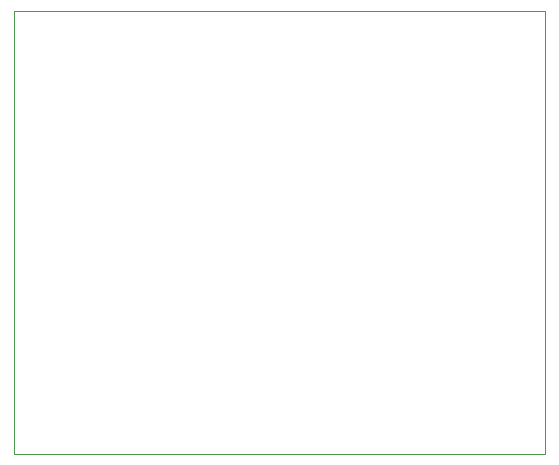
<source format=gbr>
%TF.GenerationSoftware,KiCad,Pcbnew,(6.0.8)*%
%TF.CreationDate,2022-11-19T23:47:38+04:00*%
%TF.ProjectId,MC34063_Buck_Rev4,4d433334-3036-4335-9f42-75636b5f5265,rev?*%
%TF.SameCoordinates,Original*%
%TF.FileFunction,Profile,NP*%
%FSLAX46Y46*%
G04 Gerber Fmt 4.6, Leading zero omitted, Abs format (unit mm)*
G04 Created by KiCad (PCBNEW (6.0.8)) date 2022-11-19 23:47:38*
%MOMM*%
%LPD*%
G01*
G04 APERTURE LIST*
%TA.AperFunction,Profile*%
%ADD10C,0.050000*%
%TD*%
G04 APERTURE END LIST*
D10*
X156500000Y-76000000D02*
X156500000Y-113500000D01*
X111500000Y-113500000D02*
X111500000Y-76000000D01*
X111500000Y-76000000D02*
X156500000Y-76000000D01*
X156500000Y-113500000D02*
X111500000Y-113500000D01*
M02*

</source>
